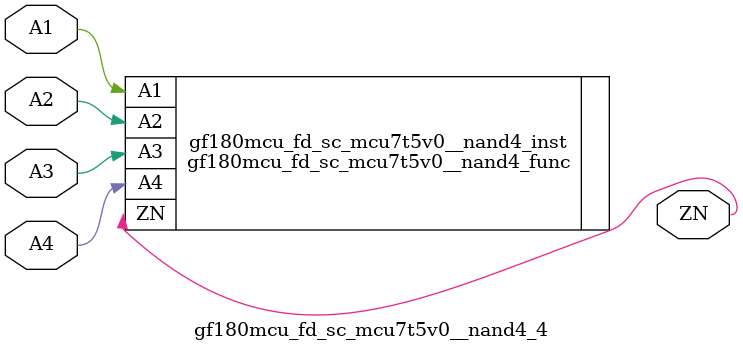
<source format=v>

`ifndef GF180MCU_FD_SC_MCU7T5V0__NAND4_4_V
`define GF180MCU_FD_SC_MCU7T5V0__NAND4_4_V

`include "gf180mcu_fd_sc_mcu7t5v0__nand4_func.v"

`ifdef USE_POWER_PINS
module gf180mcu_fd_sc_mcu7t5v0__nand4_4( A3, ZN, A4, A1, A2, VDD, VSS );
inout VDD, VSS;
`else // If not USE_POWER_PINS
module gf180mcu_fd_sc_mcu7t5v0__nand4_4( A3, ZN, A4, A1, A2 );
`endif // If not USE_POWER_PINS
input A1, A2, A3, A4;
output ZN;

`ifdef USE_POWER_PINS
  gf180mcu_fd_sc_mcu7t5v0__nand4_func gf180mcu_fd_sc_mcu7t5v0__nand4_inst(.A3(A3),.ZN(ZN),.A4(A4),.A1(A1),.A2(A2),.VDD(VDD),.VSS(VSS));
`else // If not USE_POWER_PINS
  gf180mcu_fd_sc_mcu7t5v0__nand4_func gf180mcu_fd_sc_mcu7t5v0__nand4_inst(.A3(A3),.ZN(ZN),.A4(A4),.A1(A1),.A2(A2));
`endif // If not USE_POWER_PINS

`ifndef FUNCTIONAL
	// spec_gates_begin


	// spec_gates_end



   specify

	// specify_block_begin

	// comb arc A1 --> ZN
	 (A1 => ZN) = (1.0,1.0);

	// comb arc A2 --> ZN
	 (A2 => ZN) = (1.0,1.0);

	// comb arc A3 --> ZN
	 (A3 => ZN) = (1.0,1.0);

	// comb arc A4 --> ZN
	 (A4 => ZN) = (1.0,1.0);

	// specify_block_end

   endspecify

   `endif

endmodule
`endif // GF180MCU_FD_SC_MCU7T5V0__NAND4_4_V

</source>
